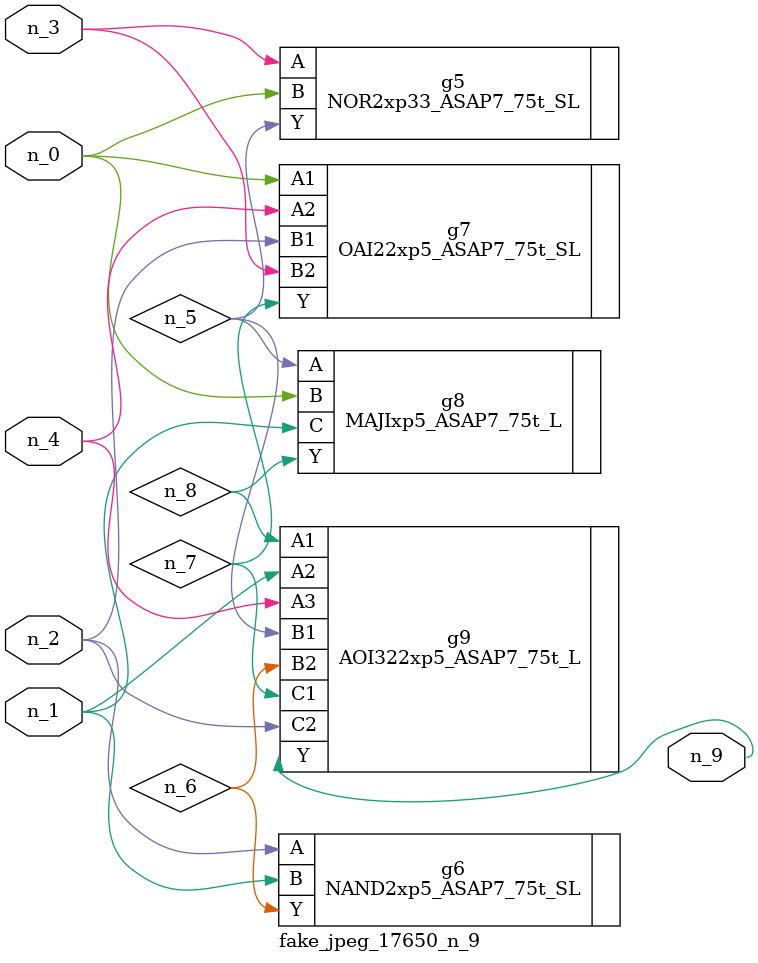
<source format=v>
module fake_jpeg_17650_n_9 (n_3, n_2, n_1, n_0, n_4, n_9);

input n_3;
input n_2;
input n_1;
input n_0;
input n_4;

output n_9;

wire n_8;
wire n_6;
wire n_5;
wire n_7;

NOR2xp33_ASAP7_75t_SL g5 ( 
.A(n_3),
.B(n_0),
.Y(n_5)
);

NAND2xp5_ASAP7_75t_SL g6 ( 
.A(n_2),
.B(n_1),
.Y(n_6)
);

OAI22xp5_ASAP7_75t_SL g7 ( 
.A1(n_0),
.A2(n_4),
.B1(n_2),
.B2(n_3),
.Y(n_7)
);

MAJIxp5_ASAP7_75t_L g8 ( 
.A(n_5),
.B(n_0),
.C(n_1),
.Y(n_8)
);

AOI322xp5_ASAP7_75t_L g9 ( 
.A1(n_8),
.A2(n_1),
.A3(n_4),
.B1(n_5),
.B2(n_6),
.C1(n_7),
.C2(n_2),
.Y(n_9)
);


endmodule
</source>
